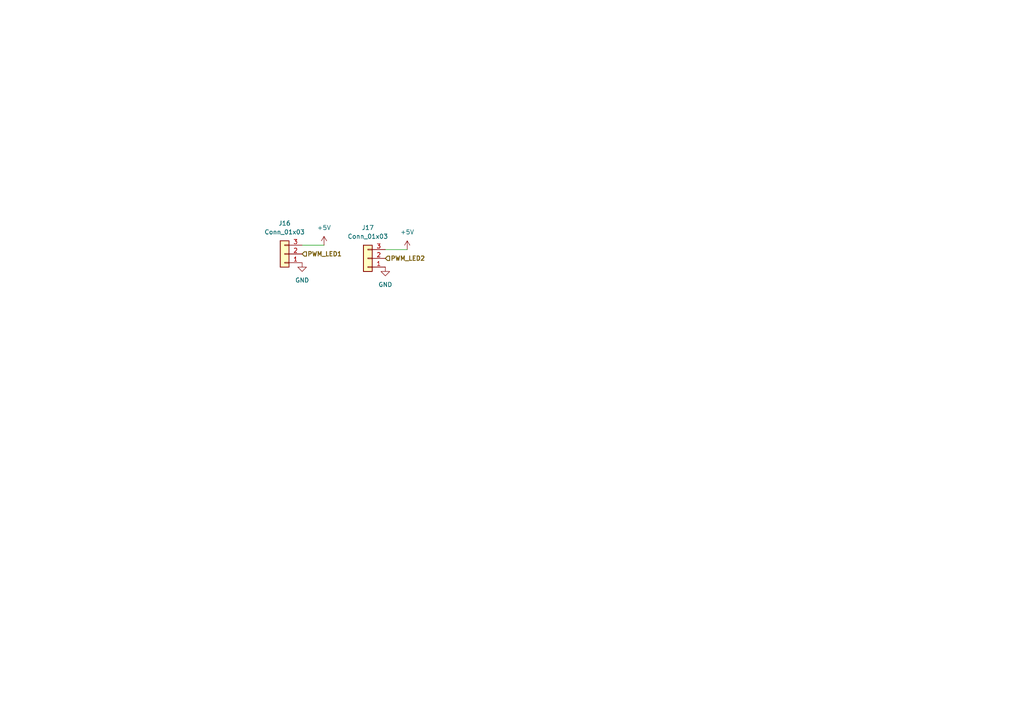
<source format=kicad_sch>
(kicad_sch (version 20250114) (generator "eeschema") (generator_version "9.0")
  (paper "A4")
  (lib_symbols
    (symbol "Connector_Generic:Conn_01x03" (pin_names (offset 1.016) (hide yes))
      (property "Reference" "J" (at 0 5.08 0))
      (property "Value" "Conn_01x03" (at 0 -5.08 0))
      (symbol "Conn_01x03_1_1"
        (rectangle (start -1.27 3.81) (end 1.27 -3.81) (stroke (width 0.254)) (fill (type background)))
        (rectangle (start -1.27 2.667) (end 0 2.413) (stroke (width 0.1524)))
        (rectangle (start -1.27 0.127) (end 0 -0.127) (stroke (width 0.1524)))
        (rectangle (start -1.27 -2.413) (end 0 -2.667) (stroke (width 0.1524)))
        (pin passive line (at -5.08 2.54 0) (length 3.81) (name "Pin_1") (number "1"))
        (pin passive line (at -5.08 0 0) (length 3.81) (name "Pin_2") (number "2"))
        (pin passive line (at -5.08 -2.54 0) (length 3.81) (name "Pin_3") (number "3"))
      )
    )
    (symbol "power:+5V" (power) (pin_numbers (hide yes)) (pin_names (offset 0) (hide yes))
      (property "Value" "+5V" (at 0 3.556 0))
      (symbol "+5V_0_1"
        (polyline (pts (xy -0.762 1.27) (xy 0 2.54)))
        (polyline (pts (xy 0 2.54) (xy 0.762 1.27)))
        (polyline (pts (xy 0 0) (xy 0 2.54)))
      )
      (symbol "+5V_1_1"
        (pin power_in line (at 0 0 90) (length 0) (name "~") (number "1"))
      )
    )
    (symbol "power:GND" (power) (pin_numbers (hide yes)) (pin_names (offset 0) (hide yes))
      (property "Value" "GND" (at 0 -3.81 0))
      (symbol "GND_0_1"
        (polyline (pts (xy 0 0) (xy 0 -1.27) (xy 1.27 -1.27) (xy 0 -2.54) (xy -1.27 -1.27) (xy 0 -1.27)))
      )
      (symbol "GND_1_1"
        (pin power_in line (at 0 0 270) (length 0) (name "~") (number "1"))
      )
    )
  )
  (wire (pts (xy 118.11 72.39) (xy 111.76 72.39)))
  (wire (pts (xy 93.98 71.12) (xy 87.63 71.12)))
  (hierarchical_label "PWM_LED1" (shape input) (at 87.63 73.66 0) (effects (font (thickness 0.254) (bold yes))))
  (hierarchical_label "PWM_LED2" (shape input) (at 111.76 74.93 0) (effects (font (thickness 0.254) (bold yes))))
  (symbol (lib_id "power:GND") (at 111.76 77.47 0) (unit 1)
    (property "Reference" "#PWR068" (effects (hide yes)))
    (property "Value" "GND" (at 111.76 82.55 0))
    (property "Description" "Power symbol creates a global label with name \"GND\" , ground" (effects (hide yes)))
  )
  (symbol (lib_id "power:GND") (at 87.63 76.2 0) (unit 1)
    (property "Reference" "#PWR066" (effects (hide yes)))
    (property "Value" "GND" (at 87.63 81.28 0))
    (property "Description" "Power symbol creates a global label with name \"GND\" , ground" (effects (hide yes)))
  )
  (symbol (lib_id "power:+5V") (at 118.11 72.39 0) (unit 1)
    (property "Reference" "#PWR069" (effects (hide yes)))
    (property "Value" "+5V" (at 118.11 67.31 0))
    (property "Description" "Power symbol creates a global label with name \"+5V\"" (effects (hide yes)))
  )
  (symbol (lib_id "Connector_Generic:Conn_01x03") (at 106.68 74.93 180) (unit 1)
    (property "Reference" "J17" (at 106.68 66.04 0))
    (property "Value" "Conn_01x03" (at 106.68 68.58 0))
    (property "Footprint" "Connector_JST:JST_PH_B3B-PH-K_1x03_P2.00mm_Vertical" (effects (hide yes)))
    (property "Description" "Generic connector, single row, 01x03, script generated (kicad-library-utils/schlib/autogen/connector/)" (effects (hide yes)))
  )
  (symbol (lib_id "power:+5V") (at 93.98 71.12 0) (unit 1)
    (property "Reference" "#PWR067" (effects (hide yes)))
    (property "Value" "+5V" (at 93.98 66.04 0))
    (property "Description" "Power symbol creates a global label with name \"+5V\"" (effects (hide yes)))
  )
  (symbol (lib_id "Connector_Generic:Conn_01x03") (at 82.55 73.66 180) (unit 1)
    (property "Reference" "J16" (at 82.55 64.77 0))
    (property "Value" "Conn_01x03" (at 82.55 67.31 0))
    (property "Footprint" "Connector_JST:JST_PH_B3B-PH-K_1x03_P2.00mm_Vertical" (effects (hide yes)))
    (property "Description" "Generic connector, single row, 01x03, script generated (kicad-library-utils/schlib/autogen/connector/)" (effects (hide yes)))
  )
)
</source>
